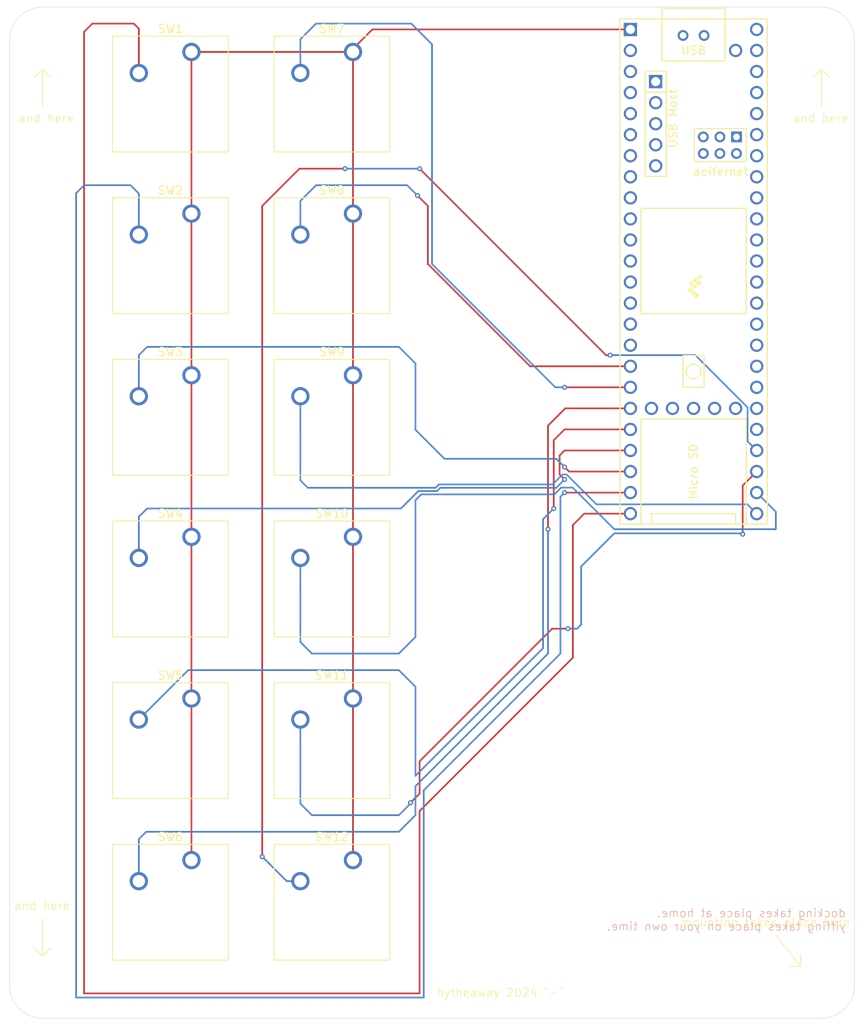
<source format=kicad_pcb>
(kicad_pcb (version 20240108) (generator "pcbnew") (generator_version "8.0")
  (layers (0 "F.Cu" signal) (31 "B.Cu" signal) (34 "B.Paste" user) (35 "F.Paste" user) (36 "B.SilkS" user "B.Silkscreen") (37 "F.SilkS" user "F.Silkscreen") (38 "B.Mask" user) (39 "F.Mask" user) (44 "Edge.Cuts" user))
  (net 0 "")
  (net 1 "MCLK")
  (net 2 "MEMCS")
  (net 3 "VOL_A1")
  (net 4 "SDCS")
  (net 5 "LRCLK")
  (net 6 "MOSI")
  (net 7 "DOUT")
  (net 8 "DIN")
  (net 9 "MISO")
  (net 10 "SCL")
  (net 11 "SCK")
  (net 12 "SDA")
  (net 13 "BCLK")
  (net 14 "GND")
  (net 15 "BUTTON_1")
  (net 16 "BUTTON_2")
  (net 17 "BUTTON_3")
  (net 18 "BUTTON_4")
  (net 19 "BUTTON_5")
  (net 20 "BUTTON_6")
  (net 21 "BUTTON_7")
  (net 22 "BUTTON_8")
  (net 23 "BUTTON_UP")
  (net 24 "BUTTON_DOWN")
  (net 25 "BUTTON_LEFT")
  (net 26 "BUTTON_RIGHT")
  (net 30 "+3.3V")
  (footprint "Button_Switch_Keyboard:SW_Cherry_MX_1.00u_PCB" (layer "F.Cu") (at 129.46 116.92)
    (property "Reference" "SW12" (at -2.54 -2.794 0) (layer "F.SilkS"))
    (property "Value" "SW_Push")
    (fp_line (start -9.525 -1.905) (end 4.445 -1.905) (stroke (width 0.12)) (layer "F.SilkS"))
    (fp_line (start -9.525 12.065) (end -9.525 -1.905) (stroke (width 0.12)) (layer "F.SilkS"))
    (fp_line (start 4.445 -1.905) (end 4.445 12.065) (stroke (width 0.12)) (layer "F.SilkS"))
    (fp_line (start 4.445 12.065) (end -9.525 12.065) (stroke (width 0.12)) (layer "F.SilkS"))
    (pad "" np_thru_hole circle (at -7.62 5.08) (size 1.7 1.7) (drill 1.7) (layers "*.Cu" "*.Mask"))
    (pad "" np_thru_hole circle (at -2.54 5.08) (size 4 4) (drill 4) (layers "*.Cu" "*.Mask"))
    (pad "" np_thru_hole circle (at 2.54 5.08) (size 1.7 1.7) (drill 1.7) (layers "*.Cu" "*.Mask"))
    (pad "1" thru_hole circle (at 0 0) (size 2.2 2.2) (drill 1.5) (layers "*.Cu" "*.Mask") (net 14 "GND"))
    (pad "2" thru_hole circle (at -6.35 2.54) (size 2.2 2.2) (drill 1.5) (layers "*.Cu" "*.Mask") (net 26 "BUTTON_RIGHT"))
  )
  (footprint "Button_Switch_Keyboard:SW_Cherry_MX_1.00u_PCB" (layer "F.Cu") (at 129.46 77.92)
    (property "Reference" "SW10" (at -2.54 -2.794 0) (layer "F.SilkS"))
    (property "Value" "SW_Push")
    (fp_line (start -9.525 -1.905) (end 4.445 -1.905) (stroke (width 0.12)) (layer "F.SilkS"))
    (fp_line (start -9.525 12.065) (end -9.525 -1.905) (stroke (width 0.12)) (layer "F.SilkS"))
    (fp_line (start 4.445 -1.905) (end 4.445 12.065) (stroke (width 0.12)) (layer "F.SilkS"))
    (fp_line (start 4.445 12.065) (end -9.525 12.065) (stroke (width 0.12)) (layer "F.SilkS"))
    (pad "" np_thru_hole circle (at -7.62 5.08) (size 1.7 1.7) (drill 1.7) (layers "*.Cu" "*.Mask"))
    (pad "" np_thru_hole circle (at -2.54 5.08) (size 4 4) (drill 4) (layers "*.Cu" "*.Mask"))
    (pad "" np_thru_hole circle (at 2.54 5.08) (size 1.7 1.7) (drill 1.7) (layers "*.Cu" "*.Mask"))
    (pad "1" thru_hole circle (at 0 0) (size 2.2 2.2) (drill 1.5) (layers "*.Cu" "*.Mask") (net 14 "GND"))
    (pad "2" thru_hole circle (at -6.35 2.54) (size 2.2 2.2) (drill 1.5) (layers "*.Cu" "*.Mask") (net 24 "BUTTON_DOWN"))
  )
  (footprint "Button_Switch_Keyboard:SW_Cherry_MX_1.00u_PCB" (layer "F.Cu") (at 129.46 58.42)
    (property "Reference" "SW9" (at -2.54 -2.794 0) (layer "F.SilkS"))
    (property "Value" "SW_Push")
    (fp_line (start -9.525 -1.905) (end 4.445 -1.905) (stroke (width 0.12)) (layer "F.SilkS"))
    (fp_line (start -9.525 12.065) (end -9.525 -1.905) (stroke (width 0.12)) (layer "F.SilkS"))
    (fp_line (start 4.445 -1.905) (end 4.445 12.065) (stroke (width 0.12)) (layer "F.SilkS"))
    (fp_line (start 4.445 12.065) (end -9.525 12.065) (stroke (width 0.12)) (layer "F.SilkS"))
    (pad "" np_thru_hole circle (at -7.62 5.08) (size 1.7 1.7) (drill 1.7) (layers "*.Cu" "*.Mask"))
    (pad "" np_thru_hole circle (at -2.54 5.08) (size 4 4) (drill 4) (layers "*.Cu" "*.Mask"))
    (pad "" np_thru_hole circle (at 2.54 5.08) (size 1.7 1.7) (drill 1.7) (layers "*.Cu" "*.Mask"))
    (pad "1" thru_hole circle (at 0 0) (size 2.2 2.2) (drill 1.5) (layers "*.Cu" "*.Mask") (net 14 "GND"))
    (pad "2" thru_hole circle (at -6.35 2.54) (size 2.2 2.2) (drill 1.5) (layers "*.Cu" "*.Mask") (net 23 "BUTTON_UP"))
  )
  (footprint "Button_Switch_Keyboard:SW_Cherry_MX_1.00u_PCB" (layer "F.Cu") (at 109.96 38.92)
    (property "Reference" "SW2" (at -2.54 -2.794 0) (layer "F.SilkS"))
    (property "Value" "SW_Push")
    (fp_line (start -9.525 -1.905) (end 4.445 -1.905) (stroke (width 0.12)) (layer "F.SilkS"))
    (fp_line (start -9.525 12.065) (end -9.525 -1.905) (stroke (width 0.12)) (layer "F.SilkS"))
    (fp_line (start 4.445 -1.905) (end 4.445 12.065) (stroke (width 0.12)) (layer "F.SilkS"))
    (fp_line (start 4.445 12.065) (end -9.525 12.065) (stroke (width 0.12)) (layer "F.SilkS"))
    (pad "" np_thru_hole circle (at -7.62 5.08) (size 1.7 1.7) (drill 1.7) (layers "*.Cu" "*.Mask"))
    (pad "" np_thru_hole circle (at -2.54 5.08) (size 4 4) (drill 4) (layers "*.Cu" "*.Mask"))
    (pad "" np_thru_hole circle (at 2.54 5.08) (size 1.7 1.7) (drill 1.7) (layers "*.Cu" "*.Mask"))
    (pad "1" thru_hole circle (at 0 0) (size 2.2 2.2) (drill 1.5) (layers "*.Cu" "*.Mask") (net 14 "GND"))
    (pad "2" thru_hole circle (at -6.35 2.54) (size 2.2 2.2) (drill 1.5) (layers "*.Cu" "*.Mask") (net 16 "BUTTON_2"))
  )
  (footprint "MountingHole:MountingHole_2.7mm" (layer "F.Cu") (at 92 18)
    (property "Reference" "H1" (hide yes))
    (property "Value" "MountingHole")
    (pad "" np_thru_hole circle (at 0 0) (size 2.7 2.7) (drill 2.7) (layers "*.Cu" "*.Mask"))
  )
  (footprint "MountingHole:MountingHole_2.7mm" (layer "F.Cu") (at 186 18)
    (property "Reference" "H4" (hide yes))
    (property "Value" "MountingHole")
    (pad "" np_thru_hole circle (at 0 0) (size 2.7 2.7) (drill 2.7) (layers "*.Cu" "*.Mask"))
  )
  (footprint "Button_Switch_Keyboard:SW_Cherry_MX_1.00u_PCB" (layer "F.Cu") (at 109.96 116.92)
    (property "Reference" "SW6" (at -2.54 -2.794 0) (layer "F.SilkS"))
    (property "Value" "SW_Push")
    (fp_line (start -9.525 -1.905) (end 4.445 -1.905) (stroke (width 0.12)) (layer "F.SilkS"))
    (fp_line (start -9.525 12.065) (end -9.525 -1.905) (stroke (width 0.12)) (layer "F.SilkS"))
    (fp_line (start 4.445 -1.905) (end 4.445 12.065) (stroke (width 0.12)) (layer "F.SilkS"))
    (fp_line (start 4.445 12.065) (end -9.525 12.065) (stroke (width 0.12)) (layer "F.SilkS"))
    (pad "" np_thru_hole circle (at -7.62 5.08) (size 1.7 1.7) (drill 1.7) (layers "*.Cu" "*.Mask"))
    (pad "" np_thru_hole circle (at -2.54 5.08) (size 4 4) (drill 4) (layers "*.Cu" "*.Mask"))
    (pad "" np_thru_hole circle (at 2.54 5.08) (size 1.7 1.7) (drill 1.7) (layers "*.Cu" "*.Mask"))
    (pad "1" thru_hole circle (at 0 0) (size 2.2 2.2) (drill 1.5) (layers "*.Cu" "*.Mask") (net 14 "GND"))
    (pad "2" thru_hole circle (at -6.35 2.54) (size 2.2 2.2) (drill 1.5) (layers "*.Cu" "*.Mask") (net 20 "BUTTON_6"))
  )
  (footprint "MountingHole:MountingHole_2.7mm" (layer "F.Cu") (at 186 132.171573)
    (property "Reference" "H3" (hide yes))
    (property "Value" "MountingHole")
    (pad "" np_thru_hole circle (at 0 0) (size 2.7 2.7) (drill 2.7) (layers "*.Cu" "*.Mask"))
  )
  (footprint "teensy.pretty-master:Teensy41" (layer "F.Cu") (at 170.5692 45.9108 -90)
    (property "Reference" "U1" (hide yes))
    (property "Value" "Teensy4.1")
    (fp_line (start -30.48 8.89) (end -30.48 -8.89) (stroke (width 0.15)) (layer "F.SilkS"))
    (fp_line (start 30.48 8.89) (end -30.48 8.89) (stroke (width 0.15)) (layer "F.SilkS"))
    (fp_line (start -7.62 6.35) (end 5.08 6.35) (stroke (width 0.15)) (layer "F.SilkS"))
    (fp_line (start 5.08 6.35) (end 5.08 -6.35) (stroke (width 0.15)) (layer "F.SilkS"))
    (fp_line (start 17.78 6.35) (end 30.48 6.35) (stroke (width 0.15)) (layer "F.SilkS"))
    (fp_line (start -24.1808 5.8392) (end -24.1808 3.2992) (stroke (width 0.15)) (layer "F.SilkS"))
    (fp_line (start -11.4808 5.8392) (end -24.1808 5.8392) (stroke (width 0.15)) (layer "F.SilkS"))
    (fp_line (start 29.21 5.08) (end 30.48 5.08) (stroke (width 0.15)) (layer "F.SilkS"))
    (fp_line (start -31.75 3.81) (end -31.75 -3.81) (stroke (width 0.15)) (layer "F.SilkS"))
    (fp_line (start -30.48 3.81) (end -31.75 3.81) (stroke (width 0.15)) (layer "F.SilkS"))
    (fp_line (start -25.4 3.81) (end -30.48 3.81) (stroke (width 0.15)) (layer "F.SilkS"))
    (fp_line (start -25.4 3.81) (end -25.4 -3.81) (stroke (width 0.15)) (layer "F.SilkS"))
    (fp_line (start -24.1808 3.2992) (end -21.6408 3.2992) (stroke (width 0.15)) (layer "F.SilkS"))
    (fp_line (start -24.1808 3.2992) (end -11.4808 3.2992) (stroke (width 0.15)) (layer "F.SilkS"))
    (fp_line (start -21.6408 3.2992) (end -21.6408 5.8392) (stroke (width 0.15)) (layer "F.SilkS"))
    (fp_line (start -11.4808 3.2992) (end -11.4808 5.8392) (stroke (width 0.15)) (layer "F.SilkS"))
    (fp_line (start 10.16 1.27) (end 10.16 -1.27) (stroke (width 0.15)) (layer "F.SilkS"))
    (fp_line (start 13.97 1.27) (end 10.16 1.27) (stroke (width 0.15)) (layer "F.SilkS"))
    (fp_line (start -17.25 -0.1016) (end -13.25 -0.1016) (stroke (width 0.15)) (layer "F.SilkS"))
    (fp_line (start -13.25 -0.1016) (end -13.25 -6.3516) (stroke (width 0.15)) (layer "F.SilkS"))
    (fp_line (start 10.16 -1.27) (end 13.97 -1.27) (stroke (width 0.15)) (layer "F.SilkS"))
    (fp_line (start 13.97 -1.27) (end 13.97 1.27) (stroke (width 0.15)) (layer "F.SilkS"))
    (fp_line (start -31.75 -3.81) (end -30.48 -3.81) (stroke (width 0.15)) (layer "F.SilkS"))
    (fp_line (start -25.4 -3.81) (end -30.48 -3.81) (stroke (width 0.15)) (layer "F.SilkS"))
    (fp_line (start 29.21 -5.08) (end 29.21 5.08) (stroke (width 0.15)) (layer "F.SilkS"))
    (fp_line (start 30.48 -5.08) (end 29.21 -5.08) (stroke (width 0.15)) (layer "F.SilkS"))
    (fp_line (start -17.25 -6.1016) (end -17.25 -0.1016) (stroke (width 0.15)) (layer "F.SilkS"))
    (fp_line (start -7.62 -6.35) (end -7.62 6.35) (stroke (width 0.15)) (layer "F.SilkS"))
    (fp_line (start 5.08 -6.35) (end -7.62 -6.35) (stroke (width 0.15)) (layer "F.SilkS"))
    (fp_line (start 17.78 -6.35) (end 17.78 6.35) (stroke (width 0.15)) (layer "F.SilkS"))
    (fp_line (start 30.48 -6.35) (end 17.78 -6.35) (stroke (width 0.15)) (layer "F.SilkS"))
    (fp_line (start -17.25 -6.3516) (end -17.25 -6.1016) (stroke (width 0.15)) (layer "F.SilkS"))
    (fp_line (start -13.25 -6.3516) (end -17.25 -6.3516) (stroke (width 0.15)) (layer "F.SilkS"))
    (fp_line (start -30.48 -8.89) (end 30.48 -8.89) (stroke (width 0.15)) (layer "F.SilkS"))
    (fp_line (start 30.48 -8.89) (end 30.48 8.89) (stroke (width 0.15)) (layer "F.SilkS"))
    (fp_circle (center 12.065 0) (end 12.7 -0.635) (stroke (width 0.15)) (fill none) (layer "F.SilkS"))
    (fp_poly (pts (xy 2.435 0.455) (xy 2.181 0.709) (xy 1.927 0.328) (xy 2.181 0.074)) (stroke (width 0.1)) (fill solid) (layer "F.SilkS"))
    (fp_poly (pts (xy 1.673 0.328) (xy 1.419 0.582) (xy 1.165 0.201) (xy 1.419 -0.053)) (stroke (width 0.1)) (fill solid) (layer "F.SilkS"))
    (fp_poly (pts (xy 2.816 0.074) (xy 2.562 0.328) (xy 2.308 -0.053) (xy 2.562 -0.307)) (stroke (width 0.1)) (fill solid) (layer "F.SilkS"))
    (fp_poly (pts (xy 2.054 -0.053) (xy 1.8 0.201) (xy 1.546 -0.18) (xy 1.8 -0.434)) (stroke (width 0.1)) (fill solid) (layer "F.SilkS"))
    (fp_poly (pts (xy 1.292 -0.18) (xy 1.038 0.074) (xy 0.784 -0.307) (xy 1.038 -0.561)) (stroke (width 0.1)) (fill solid) (layer "F.SilkS"))
    (fp_poly (pts (xy 3.197 -0.307) (xy 2.943 -0.053) (xy 2.689 -0.434) (xy 2.943 -0.688)) (stroke (width 0.1)) (fill solid) (layer "F.SilkS"))
    (fp_poly (pts (xy 1.673 -0.561) (xy 1.419 -0.307) (xy 1.165 -0.688) (xy 1.419 -0.942)) (stroke (width 0.1)) (fill solid) (layer "F.SilkS"))
    (fp_poly (pts (xy 0.911 -0.688) (xy 0.657 -0.434) (xy 0.403 -0.815) (xy 0.657 -1.069)) (stroke (width 0.1)) (fill solid) (layer "F.SilkS"))
    (fp_text user "USB Host" (at -18.4658 2.4892 90) (layer "F.SilkS"))
    (fp_text user "aoifernet" (at -12.065 -3.2766 0) (layer "F.SilkS"))
    (fp_text user "Micro SD" (at 24.13 0 90) (layer "F.SilkS"))
    (fp_text user "USB" (at -26.67 0 0) (layer "F.SilkS"))
    (pad "1" thru_hole rect (at -29.21 7.62 270) (size 1.6 1.6) (drill 1.1) (layers "*.Cu" "*.Mask") (net 14 "GND"))
    (pad "2" thru_hole circle (at -26.67 7.62 270) (size 1.6 1.6) (drill 1.1) (layers "*.Cu" "*.Mask"))
    (pad "3" thru_hole circle (at -24.13 7.62 270) (size 1.6 1.6) (drill 1.1) (layers "*.Cu" "*.Mask"))
    (pad "4" thru_hole circle (at -21.59 7.62 270) (size 1.6 1.6) (drill 1.1) (layers "*.Cu" "*.Mask"))
    (pad "5" thru_hole circle (at -19.05 7.62 270) (size 1.6 1.6) (drill 1.1) (layers "*.Cu" "*.Mask"))
    (pad "6" thru_hole circle (at -16.51 7.62 270) (size 1.6 1.6) (drill 1.1) (layers "*.Cu" "*.Mask"))
    (pad "7" thru_hole circle (at -13.97 7.62 270) (size 1.6 1.6) (drill 1.1) (layers "*.Cu" "*.Mask"))
    (pad "8" thru_hole circle (at -11.43 7.62 270) (size 1.6 1.6) (drill 1.1) (layers "*.Cu" "*.Mask") (net 2 "MEMCS"))
    (pad "9" thru_hole circle (at -8.89 7.62 270) (size 1.6 1.6) (drill 1.1) (layers "*.Cu" "*.Mask") (net 8 "DIN"))
    (pad "10" thru_hole circle (at -6.35 7.62 270) (size 1.6 1.6) (drill 1.1) (layers "*.Cu" "*.Mask") (net 7 "DOUT"))
    (pad "11" thru_hole circle (at -3.81 7.62 270) (size 1.6 1.6) (drill 1.1) (layers "*.Cu" "*.Mask"))
    (pad "12" thru_hole circle (at -1.27 7.62 270) (size 1.6 1.6) (drill 1.1) (layers "*.Cu" "*.Mask") (net 4 "SDCS"))
    (pad "13" thru_hole circle (at 1.27 7.62 270) (size 1.6 1.6) (drill 1.1) (layers "*.Cu" "*.Mask") (net 6 "MOSI"))
    (pad "14" thru_hole circle (at 3.81 7.62 270) (size 1.6 1.6) (drill 1.1) (layers "*.Cu" "*.Mask") (net 9 "MISO"))
    (pad "15" thru_hole circle (at 6.35 7.62 270) (size 1.6 1.6) (drill 1.1) (layers "*.Cu" "*.Mask"))
    (pad "16" thru_hole circle (at 8.89 7.62 270) (size 1.6 1.6) (drill 1.1) (layers "*.Cu" "*.Mask"))
    (pad "17" thru_hole circle (at 11.43 7.62 270) (size 1.6 1.6) (drill 1.1) (layers "*.Cu" "*.Mask") (net 22 "BUTTON_8"))
    (pad "18" thru_hole circle (at 13.97 7.62 270) (size 1.6 1.6) (drill 1.1) (layers "*.Cu" "*.Mask") (net 21 "BUTTON_7"))
    (pad "19" thru_hole circle (at 16.51 7.62 270) (size 1.6 1.6) (drill 1.1) (layers "*.Cu" "*.Mask") (net 20 "BUTTON_6"))
    (pad "20" thru_hole circle (at 19.05 7.62 270) (size 1.6 1.6) (drill 1.1) (layers "*.Cu" "*.Mask") (net 19 "BUTTON_5"))
    (pad "21" thru_hole circle (at 21.59 7.62 270) (size 1.6 1.6) (drill 1.1) (layers "*.Cu" "*.Mask") (net 18 "BUTTON_4"))
    (pad "22" thru_hole circle (at 24.13 7.62 270) (size 1.6 1.6) (drill 1.1) (layers "*.Cu" "*.Mask") (net 17 "BUTTON_3"))
    (pad "23" thru_hole circle (at 26.67 7.62 270) (size 1.6 1.6) (drill 1.1) (layers "*.Cu" "*.Mask") (net 16 "BUTTON_2"))
    (pad "24" thru_hole circle (at 29.21 7.62 270) (size 1.6 1.6) (drill 1.1) (layers "*.Cu" "*.Mask") (net 15 "BUTTON_1"))
    (pad "25" thru_hole circle (at 29.21 -7.62 270) (size 1.6 1.6) (drill 1.1) (layers "*.Cu" "*.Mask") (net 23 "BUTTON_UP"))
    (pad "26" thru_hole circle (at 26.67 -7.62 270) (size 1.6 1.6) (drill 1.1) (layers "*.Cu" "*.Mask") (net 24 "BUTTON_DOWN"))
    (pad "27" thru_hole circle (at 24.13 -7.62 270) (size 1.6 1.6) (drill 1.1) (layers "*.Cu" "*.Mask") (net 25 "BUTTON_LEFT"))
    (pad "28" thru_hole circle (at 21.59 -7.62 270) (size 1.6 1.6) (drill 1.1) (layers "*.Cu" "*.Mask") (net 26 "BUTTON_RIGHT"))
    (pad "29" thru_hole circle (at 19.05 -7.62 270) (size 1.6 1.6) (drill 1.1) (layers "*.Cu" "*.Mask"))
    (pad "30" thru_hole circle (at 16.51 -7.62 270) (size 1.6 1.6) (drill 1.1) (layers "*.Cu" "*.Mask"))
    (pad "31" thru_hole circle (at 13.97 -7.62 270) (size 1.6 1.6) (drill 1.1) (layers "*.Cu" "*.Mask"))
    (pad "32" thru_hole circle (at 11.43 -7.62 270) (size 1.6 1.6) (drill 1.1) (layers "*.Cu" "*.Mask"))
    (pad "33" thru_hole circle (at 8.89 -7.62 270) (size 1.6 1.6) (drill 1.1) (layers "*.Cu" "*.Mask"))
    (pad "34" thru_hole circle (at 6.35 -7.62 270) (size 1.6 1.6) (drill 1.1) (layers "*.Cu" "*.Mask"))
    (pad "35" thru_hole circle (at 3.81 -7.62 270) (size 1.6 1.6) (drill 1.1) (layers "*.Cu" "*.Mask") (net 11 "SCK"))
    (pad "36" thru_hole circle (at 1.27 -7.62 270) (size 1.6 1.6) (drill 1.1) (layers "*.Cu" "*.Mask"))
    (pad "37" thru_hole circle (at -1.27 -7.62 270) (size 1.6 1.6) (drill 1.1) (layers "*.Cu" "*.Mask") (net 3 "VOL_A1"))
    (pad "38" thru_hole circle (at -3.81 -7.62 270) (size 1.6 1.6) (drill 1.1) (layers "*.Cu" "*.Mask"))
    (pad "39" thru_hole circle (at -6.35 -7.62 270) (size 1.6 1.6) (drill 1.1) (layers "*.Cu" "*.Mask"))
    (pad "40" thru_hole circle (at -8.89 -7.62 270) (size 1.6 1.6) (drill 1.1) (layers "*.Cu" "*.Mask") (net 12 "SDA"))
    (pad "41" thru_hole circle (at -11.43 -7.62 270) (size 1.6 1.6) (drill 1.1) (layers "*.Cu" "*.Mask") (net 10 "SCL"))
    (pad "42" thru_hole circle (at -13.97 -7.62 270) (size 1.6 1.6) (drill 1.1) (layers "*.Cu" "*.Mask") (net 5 "LRCLK"))
    (pad "43" thru_hole circle (at -16.51 -7.62 270) (size 1.6 1.6) (drill 1.1) (layers "*.Cu" "*.Mask") (net 13 "BCLK"))
    (pad "44" thru_hole circle (at -19.05 -7.62 270) (size 1.6 1.6) (drill 1.1) (layers "*.Cu" "*.Mask"))
    (pad "45" thru_hole circle (at -21.59 -7.62 270) (size 1.6 1.6) (drill 1.1) (layers "*.Cu" "*.Mask") (net 1 "MCLK"))
    (pad "46" thru_hole circle (at -24.13 -7.62 270) (size 1.6 1.6) (drill 1.1) (layers "*.Cu" "*.Mask") (net 30 "+3.3V"))
    (pad "47" thru_hole circle (at -26.67 -7.62 270) (size 1.6 1.6) (drill 1.1) (layers "*.Cu" "*.Mask") (net 14 "GND"))
    (pad "48" thru_hole circle (at -29.21 -7.62 270) (size 1.6 1.6) (drill 1.1) (layers "*.Cu" "*.Mask"))
    (pad "49" thru_hole circle (at -26.67 -5.08 270) (size 1.6 1.6) (drill 1.1) (layers "*.Cu" "*.Mask"))
    (pad "50" thru_hole circle (at 16.51 5.08 270) (size 1.6 1.6) (drill 1.1) (layers "*.Cu" "*.Mask"))
    (pad "51" thru_hole circle (at 16.51 2.54 270) (size 1.6 1.6) (drill 1.1) (layers "*.Cu" "*.Mask"))
    (pad "52" thru_hole circle (at 16.51 0 270) (size 1.6 1.6) (drill 1.1) (layers "*.Cu" "*.Mask"))
    (pad "53" thru_hole circle (at 16.51 -2.54 270) (size 1.6 1.6) (drill 1.1) (layers "*.Cu" "*.Mask"))
    (pad "54" thru_hole circle (at 16.51 -5.08 270) (size 1.6 1.6) (drill 1.1) (layers "*.Cu" "*.Mask"))
    (pad "55" thru_hole rect (at -22.9108 4.5692 270) (size 1.6 1.6) (drill 1.1) (layers "*.Cu" "*.Mask"))
    (pad "56" thru_hole circle (at -20.3708 4.5692 270) (size 1.6 1.6) (drill 1.1) (layers "*.Cu" "*.Mask"))
    (pad "57" thru_hole circle (at -17.8308 4.5692 270) (size 1.6 1.6) (drill 1.1) (layers "*.Cu" "*.Mask"))
    (pad "58" thru_hole circle (at -15.2908 4.5692 270) (size 1.6 1.6) (drill 1.1) (layers "*.Cu" "*.Mask"))
    (pad "59" thru_hole circle (at -12.7508 4.5692 270) (size 1.6 1.6) (drill 1.1) (layers "*.Cu" "*.Mask"))
    (pad "60" thru_hole rect (at -16.24 -5.1816 270) (size 1.3 1.3) (drill 0.8) (layers "*.Cu" "*.Mask"))
    (pad "61" thru_hole circle (at -16.24 -3.1816 270) (size 1.3 1.3) (drill 0.8) (layers "*.Cu" "*.Mask"))
    (pad "62" thru_hole circle (at -16.24 -1.1816 270) (size 1.3 1.3) (drill 0.8) (layers "*.Cu" "*.Mask"))
    (pad "63" thru_hole circle (at -14.24 -1.1816 270) (size 1.3 1.3) (drill 0.8) (layers "*.Cu" "*.Mask"))
    (pad "64" thru_hole circle (at -14.24 -3.1816 270) (size 1.3 1.3) (drill 0.8) (layers "*.Cu" "*.Mask"))
    (pad "65" thru_hole circle (at -14.24 -5.1816 270) (size 1.3 1.3) (drill 0.8) (layers "*.Cu" "*.Mask"))
    (pad "66" thru_hole circle (at -28.48 -1.27 270) (size 1.3 1.3) (drill 0.8) (layers "*.Cu" "*.Mask"))
    (pad "67" thru_hole circle (at -28.48 1.27 270) (size 1.3 1.3) (drill 0.8) (layers "*.Cu" "*.Mask"))
  )
  (footprint "Button_Switch_Keyboard:SW_Cherry_MX_1.00u_PCB" (layer "F.Cu") (at 109.96 97.42)
    (property "Reference" "SW5" (at -2.54 -2.794 0) (layer "F.SilkS"))
    (property "Value" "SW_Push")
    (fp_line (start -9.525 -1.905) (end 4.445 -1.905) (stroke (width 0.12)) (layer "F.SilkS"))
    (fp_line (start -9.525 12.065) (end -9.525 -1.905) (stroke (width 0.12)) (layer "F.SilkS"))
    (fp_line (start 4.445 -1.905) (end 4.445 12.065) (stroke (width 0.12)) (layer "F.SilkS"))
    (fp_line (start 4.445 12.065) (end -9.525 12.065) (stroke (width 0.12)) (layer "F.SilkS"))
    (pad "" np_thru_hole circle (at -7.62 5.08) (size 1.7 1.7) (drill 1.7) (layers "*.Cu" "*.Mask"))
    (pad "" np_thru_hole circle (at -2.54 5.08) (size 4 4) (drill 4) (layers "*.Cu" "*.Mask"))
    (pad "" np_thru_hole circle (at 2.54 5.08) (size 1.7 1.7) (drill 1.7) (layers "*.Cu" "*.Mask"))
    (pad "1" thru_hole circle (at 0 0) (size 2.2 2.2) (drill 1.5) (layers "*.Cu" "*.Mask") (net 14 "GND"))
    (pad "2" thru_hole circle (at -6.35 2.54) (size 2.2 2.2) (drill 1.5) (layers "*.Cu" "*.Mask") (net 19 "BUTTON_5"))
  )
  (footprint "Button_Switch_Keyboard:SW_Cherry_MX_1.00u_PCB" (layer "F.Cu") (at 109.96 19.42)
    (property "Reference" "SW1" (at -2.54 -2.794 0) (layer "F.SilkS"))
    (property "Value" "SW_Push")
    (fp_line (start -9.525 -1.905) (end 4.445 -1.905) (stroke (width 0.12)) (layer "F.SilkS"))
    (fp_line (start -9.525 12.065) (end -9.525 -1.905) (stroke (width 0.12)) (layer "F.SilkS"))
    (fp_line (start 4.445 -1.905) (end 4.445 12.065) (stroke (width 0.12)) (layer "F.SilkS"))
    (fp_line (start 4.445 12.065) (end -9.525 12.065) (stroke (width 0.12)) (layer "F.SilkS"))
    (pad "" np_thru_hole circle (at -7.62 5.08) (size 1.7 1.7) (drill 1.7) (layers "*.Cu" "*.Mask"))
    (pad "" np_thru_hole circle (at -2.54 5.08) (size 4 4) (drill 4) (layers "*.Cu" "*.Mask"))
    (pad "" np_thru_hole circle (at 2.54 5.08) (size 1.7 1.7) (drill 1.7) (layers "*.Cu" "*.Mask"))
    (pad "1" thru_hole circle (at 0 0) (size 2.2 2.2) (drill 1.5) (layers "*.Cu" "*.Mask") (net 14 "GND"))
    (pad "2" thru_hole circle (at -6.35 2.54) (size 2.2 2.2) (drill 1.5) (layers "*.Cu" "*.Mask") (net 15 "BUTTON_1"))
  )
  (footprint "Button_Switch_Keyboard:SW_Cherry_MX_1.00u_PCB" (layer "F.Cu") (at 109.96 77.92)
    (property "Reference" "SW4" (at -2.54 -2.794 0) (layer "F.SilkS"))
    (property "Value" "SW_Push")
    (fp_line (start -9.525 -1.905) (end 4.445 -1.905) (stroke (width 0.12)) (layer "F.SilkS"))
    (fp_line (start -9.525 12.065) (end -9.525 -1.905) (stroke (width 0.12)) (layer "F.SilkS"))
    (fp_line (start 4.445 -1.905) (end 4.445 12.065) (stroke (width 0.12)) (layer "F.SilkS"))
    (fp_line (start 4.445 12.065) (end -9.525 12.065) (stroke (width 0.12)) (layer "F.SilkS"))
    (pad "" np_thru_hole circle (at -7.62 5.08) (size 1.7 1.7) (drill 1.7) (layers "*.Cu" "*.Mask"))
    (pad "" np_thru_hole circle (at -2.54 5.08) (size 4 4) (drill 4) (layers "*.Cu" "*.Mask"))
    (pad "" np_thru_hole circle (at 2.54 5.08) (size 1.7 1.7) (drill 1.7) (layers "*.Cu" "*.Mask"))
    (pad "1" thru_hole circle (at 0 0) (size 2.2 2.2) (drill 1.5) (layers "*.Cu" "*.Mask") (net 14 "GND"))
    (pad "2" thru_hole circle (at -6.35 2.54) (size 2.2 2.2) (drill 1.5) (layers "*.Cu" "*.Mask") (net 18 "BUTTON_4"))
  )
  (footprint "Button_Switch_Keyboard:SW_Cherry_MX_1.00u_PCB" (layer "F.Cu") (at 129.46 38.92)
    (property "Reference" "SW8" (at -2.54 -2.794 0) (layer "F.SilkS"))
    (property "Value" "SW_Push")
    (fp_line (start -9.525 -1.905) (end 4.445 -1.905) (stroke (width 0.12)) (layer "F.SilkS"))
    (fp_line (start -9.525 12.065) (end -9.525 -1.905) (stroke (width 0.12)) (layer "F.SilkS"))
    (fp_line (start 4.445 -1.905) (end 4.445 12.065) (stroke (width 0.12)) (layer "F.SilkS"))
    (fp_line (start 4.445 12.065) (end -9.525 12.065) (stroke (width 0.12)) (layer "F.SilkS"))
    (pad "" np_thru_hole circle (at -7.62 5.08) (size 1.7 1.7) (drill 1.7) (layers "*.Cu" "*.Mask"))
    (pad "" np_thru_hole circle (at -2.54 5.08) (size 4 4) (drill 4) (layers "*.Cu" "*.Mask"))
    (pad "" np_thru_hole circle (at 2.54 5.08) (size 1.7 1.7) (drill 1.7) (layers "*.Cu" "*.Mask"))
    (pad "1" thru_hole circle (at 0 0) (size 2.2 2.2) (drill 1.5) (layers "*.Cu" "*.Mask") (net 14 "GND"))
    (pad "2" thru_hole circle (at -6.35 2.54) (size 2.2 2.2) (drill 1.5) (layers "*.Cu" "*.Mask") (net 22 "BUTTON_8"))
  )
  (footprint "Button_Switch_Keyboard:SW_Cherry_MX_1.00u_PCB" (layer "F.Cu") (at 129.46 19.42)
    (property "Reference" "SW7" (at -2.54 -2.794 0) (layer "F.SilkS"))
    (property "Value" "SW_Push")
    (fp_line (start -9.525 -1.905) (end 4.445 -1.905) (stroke (width 0.12)) (layer "F.SilkS"))
    (fp_line (start -9.525 12.065) (end -9.525 -1.905) (stroke (width 0.12)) (layer "F.SilkS"))
    (fp_line (start 4.445 -1.905) (end 4.445 12.065) (stroke (width 0.12)) (layer "F.SilkS"))
    (fp_line (start 4.445 12.065) (end -9.525 12.065) (stroke (width 0.12)) (layer "F.SilkS"))
    (pad "" np_thru_hole circle (at -7.62 5.08) (size 1.7 1.7) (drill 1.7) (layers "*.Cu" "*.Mask"))
    (pad "" np_thru_hole circle (at -2.54 5.08) (size 4 4) (drill 4) (layers "*.Cu" "*.Mask"))
    (pad "" np_thru_hole circle (at 2.54 5.08) (size 1.7 1.7) (drill 1.7) (layers "*.Cu" "*.Mask"))
    (pad "1" thru_hole circle (at 0 0) (size 2.2 2.2) (drill 1.5) (layers "*.Cu" "*.Mask") (net 14 "GND"))
    (pad "2" thru_hole circle (at -6.35 2.54) (size 2.2 2.2) (drill 1.5) (layers "*.Cu" "*.Mask") (net 21 "BUTTON_7"))
  )
  (footprint "Button_Switch_Keyboard:SW_Cherry_MX_1.00u_PCB" (layer "F.Cu") (at 109.96 58.42)
    (property "Reference" "SW3" (at -2.54 -2.794 0) (layer "F.SilkS"))
    (property "Value" "SW_Push")
    (fp_line (start -9.525 -1.905) (end 4.445 -1.905) (stroke (width 0.12)) (layer "F.SilkS"))
    (fp_line (start -9.525 12.065) (end -9.525 -1.905) (stroke (width 0.12)) (layer "F.SilkS"))
    (fp_line (start 4.445 -1.905) (end 4.445 12.065) (stroke (width 0.12)) (layer "F.SilkS"))
    (fp_line (start 4.445 12.065) (end -9.525 12.065) (stroke (width 0.12)) (layer "F.SilkS"))
    (pad "" np_thru_hole circle (at -7.62 5.08) (size 1.7 1.7) (drill 1.7) (layers "*.Cu" "*.Mask"))
    (pad "" np_thru_hole circle (at -2.54 5.08) (size 4 4) (drill 4) (layers "*.Cu" "*.Mask"))
    (pad "" np_thru_hole circle (at 2.54 5.08) (size 1.7 1.7) (drill 1.7) (layers "*.Cu" "*.Mask"))
    (pad "1" thru_hole circle (at 0 0) (size 2.2 2.2) (drill 1.5) (layers "*.Cu" "*.Mask") (net 14 "GND"))
    (pad "2" thru_hole circle (at -6.35 2.54) (size 2.2 2.2) (drill 1.5) (layers "*.Cu" "*.Mask") (net 17 "BUTTON_3"))
  )
  (footprint "Button_Switch_Keyboard:SW_Cherry_MX_1.00u_PCB" (layer "F.Cu") (at 129.46 97.42)
    (property "Reference" "SW11" (at -2.54 -2.794 0) (layer "F.SilkS"))
    (property "Value" "SW_Push")
    (fp_line (start -9.525 -1.905) (end 4.445 -1.905) (stroke (width 0.12)) (layer "F.SilkS"))
    (fp_line (start -9.525 12.065) (end -9.525 -1.905) (stroke (width 0.12)) (layer "F.SilkS"))
    (fp_line (start 4.445 -1.905) (end 4.445 12.065) (stroke (width 0.12)) (layer "F.SilkS"))
    (fp_line (start 4.445 12.065) (end -9.525 12.065) (stroke (width 0.12)) (layer "F.SilkS"))
    (pad "" np_thru_hole circle (at -7.62 5.08) (size 1.7 1.7) (drill 1.7) (layers "*.Cu" "*.Mask"))
    (pad "" np_thru_hole circle (at -2.54 5.08) (size 4 4) (drill 4) (layers "*.Cu" "*.Mask"))
    (pad "" np_thru_hole circle (at 2.54 5.08) (size 1.7 1.7) (drill 1.7) (layers "*.Cu" "*.Mask"))
    (pad "1" thru_hole circle (at 0 0) (size 2.2 2.2) (drill 1.5) (layers "*.Cu" "*.Mask") (net 14 "GND"))
    (pad "2" thru_hole circle (at -6.35 2.54) (size 2.2 2.2) (drill 1.5) (layers "*.Cu" "*.Mask") (net 25 "BUTTON_LEFT"))
  )
  (footprint "MountingHole:MountingHole_2.7mm" (layer "F.Cu") (at 92 132)
    (property "Reference" "H2" (hide yes))
    (property "Value" "MountingHole")
    (pad "" np_thru_hole circle (at 0 0) (size 2.7 2.7) (drill 2.7) (layers "*.Cu" "*.Mask"))
  )
  (gr_line (start 183.5 129.75) (end 182 129.75) (stroke (width 0.1)) (layer "F.SilkS"))
  (gr_line (start 92 21.5) (end 91 22.5) (stroke (width 0.1)) (layer "F.SilkS"))
  (gr_line (start 92 21.5) (end 92 26) (stroke (width 0.1)) (layer "F.SilkS"))
  (gr_line (start 186 21.5) (end 185 22.5) (stroke (width 0.1)) (layer "F.SilkS"))
  (gr_line (start 186 21.5) (end 187 22.5) (stroke (width 0.1)) (layer "F.SilkS"))
  (gr_line (start 91 22.5) (end 92 21.5) (stroke (width 0.1)) (layer "F.SilkS"))
  (gr_line (start 185 22.5) (end 186 21.5) (stroke (width 0.1)) (layer "F.SilkS"))
  (gr_line (start 186 21.5) (end 186 26) (stroke (width 0.1)) (layer "F.SilkS"))
  (gr_line (start 183.5 129.75) (end 183.5 128.25) (stroke (width 0.1)) (layer "F.SilkS"))
  (gr_line (start 92 21.5) (end 93 22.5) (stroke (width 0.1)) (layer "F.SilkS"))
  (gr_line (start 91 127.5) (end 92 128.5) (stroke (width 0.1)) (layer "F.SilkS"))
  (gr_line (start 183.5 128.25) (end 183.5 129.75) (stroke (width 0.1)) (layer "F.SilkS"))
  (gr_line (start 180.5 126) (end 183.5 129.75) (stroke (width 0.1)) (layer "F.SilkS"))
  (gr_line (start 92 124) (end 92 128.5) (stroke (width 0.1)) (layer "F.SilkS"))
  (gr_line (start 93 127.5) (end 92 128.5) (stroke (width 0.1)) (layer "F.SilkS"))
  (gr_line (start 92 128.5) (end 93 127.5) (stroke (width 0.1)) (layer "F.SilkS"))
  (gr_arc (start 92 136) (mid 89.171573 134.828427) (end 88 132) (stroke (width 0.05)) (layer "Edge.Cuts"))
  (gr_arc (start 186 14) (mid 188.828427 15.171573) (end 190 18) (stroke (width 0.05)) (layer "Edge.Cuts"))
  (gr_line (start 186 136) (end 92 136) (stroke (width 0.05)) (layer "Edge.Cuts"))
  (gr_line (start 190 18) (end 190 132) (stroke (width 0.05)) (layer "Edge.Cuts"))
  (gr_line (start 92 14) (end 186 14) (stroke (width 0.05)) (layer "Edge.Cuts"))
  (gr_arc (start 190 132) (mid 188.828427 134.828427) (end 186 136) (stroke (width 0.05)) (layer "Edge.Cuts"))
  (gr_line (start 88 132) (end 88 18) (stroke (width 0.05)) (layer "Edge.Cuts"))
  (gr_arc (start 88 18) (mid 89.171573 15.171573) (end 92 14) (stroke (width 0.05)) (layer "Edge.Cuts"))
  (gr_text "docking takes place at home.\nyiffing takes place on your own time." (at 189 125.5 0) (layer "B.SilkS") (effects (font (size 1 1) (thickness 0.1)) (justify left bottom mirror)))
  (gr_text "mounting takes place here" (at 169 125 0) (layer "F.SilkS") (effects (font (size 1 1) (thickness 0.1)) (justify left bottom)))
  (gr_text "hytheaway 2024 ^-^" (at 139.5 133.5 0) (layer "F.SilkS") (effects (font (size 1 1) (thickness 0.1)) (justify left bottom)))
  (gr_text "and here" (at 182.5 28 0) (layer "F.SilkS") (effects (font (size 1 1) (thickness 0.1)) (justify left bottom)))
  (gr_text "and here" (at 89 28 0) (layer "F.SilkS") (effects (font (size 1 1) (thickness 0.1)) (justify left bottom)))
  (gr_text "and here" (at 88.5 123 0) (layer "F.SilkS") (effects (font (size 1 1) (thickness 0.1)) (justify left bottom)))
  (segment (start 129.46 77.92) (end 129.46 97.42) (width 0.2) (layer "F.Cu") (net 14))
  (segment (start 109.96 97.42) (end 109.96 116.92) (width 0.2) (layer "F.Cu") (net 14))
  (segment (start 129.46 38.92) (end 129.46 58.42) (width 0.2) (layer "F.Cu") (net 14))
  (segment (start 109.96 19.42) (end 109.96 38.92) (width 0.2) (layer "F.Cu") (net 14))
  (segment (start 131.7992 16.7008) (end 162.9492 16.7008) (width 0.2) (layer "F.Cu") (net 14))
  (segment (start 129.46 19.04) (end 131.7992 16.7008) (width 0.2) (layer "F.Cu") (net 14))
  (segment (start 129.46 19.42) (end 129.46 38.92) (width 0.2) (layer "F.Cu") (net 14))
  (segment (start 129.46 19.42) (end 129.46 19.04) (width 0.2) (layer "F.Cu") (net 14))
  (segment (start 129.46 97.42) (end 129.46 116.92) (width 0.2) (layer "F.Cu") (net 14))
  (segment (start 109.96 38.92) (end 109.96 58.42) (width 0.2) (layer "F.Cu") (net 14))
  (segment (start 109.96 77.92) (end 109.96 97.42) (width 0.2) (layer "F.Cu") (net 14))
  (segment (start 109.96 19.42) (end 129.46 19.42) (width 0.2) (layer "F.Cu") (net 14))
  (segment (start 129.46 58.42) (end 129.46 77.92) (width 0.2) (layer "F.Cu") (net 14))
  (segment (start 109.96 58.42) (end 109.96 77.92) (width 0.2) (layer "F.Cu") (net 14))
  (segment (start 103 16) (end 98 16) (width 0.2) (layer "F.Cu") (net 15))
  (segment (start 137.5 111) (end 156 92.5) (width 0.2) (layer "F.Cu") (net 15))
  (segment (start 157.3792 75.1208) (end 162.9492 75.1208) (width 0.2) (layer "F.Cu") (net 15))
  (segment (start 97 133) (end 137.5 133) (width 0.2) (layer "F.Cu") (net 15))
  (segment (start 156 92.5) (end 156 76.5) (width 0.2) (layer "F.Cu") (net 15))
  (segment (start 98 16) (end 97 17) (width 0.2) (layer "F.Cu") (net 15))
  (segment (start 156 76.5) (end 157.3792 75.1208) (width 0.2) (layer "F.Cu") (net 15))
  (segment (start 103.61 21.96) (end 103.61 16.61) (width 0.2) (layer "F.Cu") (net 15))
  (segment (start 103.61 16.61) (end 103 16) (width 0.2) (layer "F.Cu") (net 15))
  (segment (start 97 17) (end 97 133) (width 0.2) (layer "F.Cu") (net 15))
  (segment (start 137.5 133) (end 137.5 111) (width 0.2) (layer "F.Cu") (net 15))
  (segment (start 155 72.5808) (end 162.9492 72.5808) (width 0.2) (layer "F.Cu") (net 16))
  (via (at 155 72.5808) (size 0.6) (drill 0.3) (layers "F.Cu" "B.Cu") (net 16))
  (segment (start 96.04 133.5) (end 96.04 36.46) (width 0.2) (layer "B.Cu") (net 16))
  (segment (start 155 72.5808) (end 154.5 73.0808) (width 0.2) (layer "B.Cu") (net 16))
  (segment (start 154.5 92) (end 138 108.5) (width 0.2) (layer "B.Cu") (net 16))
  (segment (start 97 35.5) (end 102.61 35.5) (width 0.2) (layer "B.Cu") (net 16))
  (segment (start 96.04 36.46) (end 97 35.5) (width 0.2) (layer "B.Cu") (net 16))
  (segment (start 102.61 35.5) (end 103.61 36.5) (width 0.2) (layer "B.Cu") (net 16))
  (segment (start 154.5 73.0808) (end 154.5 92) (width 0.2) (layer "B.Cu") (net 16))
  (segment (start 138 108.5) (end 138 133.5) (width 0.2) (layer "B.Cu") (net 16))
  (segment (start 138 133.5) (end 96.04 133.5) (width 0.2) (layer "B.Cu") (net 16))
  (segment (start 103.61 36.5) (end 103.61 41.46) (width 0.2) (layer "B.Cu") (net 16))
  (segment (start 155 69.5) (end 155.5408 70.0408) (width 0.2) (layer "F.Cu") (net 17))
  (segment (start 155.5408 70.0408) (end 162.9492 70.0408) (width 0.2) (layer "F.Cu") (net 17))
  (via (at 155 69.5) (size 0.6) (drill 0.3) (layers "F.Cu" "B.Cu") (net 17))
  (segment (start 137 65) (end 137 57) (width 0.2) (layer "B.Cu") (net 17))
  (segment (start 104.61 55) (end 103.61 56) (width 0.2) (layer "B.Cu") (net 17))
  (segment (start 154 68.5) (end 140.5 68.5) (width 0.2) (layer "B.Cu") (net 17))
  (segment (start 103.61 56) (end 103.61 60.96) (width 0.2) (layer "B.Cu") (net 17))
  (segment (start 137 57) (end 135 55) (width 0.2) (layer "B.Cu") (net 17))
  (segment (start 155 69.5) (end 154 68.5) (width 0.2) (layer "B.Cu") (net 17))
  (segment (start 140.5 68.5) (end 137 65) (width 0.2) (layer "B.Cu") (net 17))
  (segment (start 135 55) (end 104.61 55) (width 0.2) (layer "B.Cu") (net 17))
  (segment (start 154.4 68.1008) (end 155 67.5008) (width 0.2) (layer "F.Cu") (net 18))
  (segment (start 155 71) (end 154.4 70.4) (width 0.2) (layer "F.Cu") (net 18))
  (segment (start 154.4 70.4) (end 154.4 68.1008) (width 0.2) (layer "F.Cu") (net 18))
  (segment (start 155 67.5008) (end 162.9492 67.5008) (width 0.2) (layer "F.Cu") (net 18))
  (via (at 155 71) (size 0.6) (drill 0.3) (layers "F.Cu" "B.Cu") (net 18))
  (segment (start 135.25 74.5) (end 104.61 74.5) (width 0.2) (layer "B.Cu") (net 18))
  (segment (start 154 72) (end 140 72) (width 0.2) (layer "B.Cu") (net 18))
  (segment (start 155 71) (end 154 72) (width 0.2) (layer "B.Cu") (net 18))
  (segment (start 103.61 75.5) (end 103.61 80.46) (width 0.2) (layer "B.Cu") (net 18))
  (segment (start 104.61 74.5) (end 103.61 75.5) (width 0.2) (layer "B.Cu") (net 18))
  (segment (start 139.6 72.4) (end 137.35 72.4) (width 0.2) (layer "B.Cu") (net 18))
  (segment (start 140 72) (end 139.6 72.4) (width 0.2) (layer "B.Cu") (net 18))
  (segment (start 137.35 72.4) (end 135.25 74.5) (width 0.2) (layer "B.Cu") (net 18))
  (segment (start 153.692821 74.5) (end 153.692821 66.267979) (width 0.2) (layer "F.Cu") (net 19))
  (segment (start 153.692821 66.267979) (end 155 64.9608) (width 0.2) (layer "F.Cu") (net 19))
  (segment (start 155 64.9608) (end 162.9492 64.9608) (width 0.2) (layer "F.Cu") (net 19))
  (via (at 153.692821 74.5) (size 0.6) (drill 0.3) (layers "F.Cu" "B.Cu") (net 19))
  (segment (start 152.4 75.792821) (end 152.4 91.35) (width 0.2) (layer "B.Cu") (net 19))
  (segment (start 137 96) (end 135 94) (width 0.2) (layer "B.Cu") (net 19))
  (segment (start 109.57 94) (end 103.61 99.96) (width 0.2) (layer "B.Cu") (net 19))
  (segment (start 135 94) (end 109.57 94) (width 0.2) (layer "B.Cu") (net 19))
  (segment (start 152.4 91.35) (end 137 106.75) (width 0.2) (layer "B.Cu") (net 19))
  (segment (start 153.692821 74.5) (end 152.4 75.792821) (width 0.2) (layer "B.Cu") (net 19))
  (segment (start 137 106.75) (end 137 96) (width 0.2) (layer "B.Cu") (net 19))
  (segment (start 153 64.5) (end 155.0792 62.4208) (width 0.2) (layer "F.Cu") (net 20))
  (segment (start 153 77) (end 153 64.5) (width 0.2) (layer "F.Cu") (net 20))
  (segment (start 155.0792 62.4208) (end 162.9492 62.4208) (width 0.2) (layer "F.Cu") (net 20))
  (via (at 153 77) (size 0.6) (drill 0.3) (layers "F.Cu" "B.Cu") (net 20))
  (segment (start 103.61 114.39) (end 103.61 119.46) (width 0.2) (layer "B.Cu") (net 20))
  (segment (start 153 92) (end 137 108) (width 0.2) (layer "B.Cu") (net 20))
  (segment (start 153 77) (end 153 92) (width 0.2) (layer "B.Cu") (net 20))
  (segment (start 135 113.5) (end 104.5 113.5) (width 0.2) (layer "B.Cu") (net 20))
  (segment (start 104.5 113.5) (end 103.61 114.39) (width 0.2) (layer "B.Cu") (net 20))
  (segment (start 137 111.5) (end 135 113.5) (width 0.2) (layer "B.Cu") (net 20))
  (segment (start 137 108) (end 137 111.5) (width 0.2) (layer "B.Cu") (net 20))
  (segment (start 162.9492 59.8808) (end 155 59.8808) (width 0.2) (layer "F.Cu") (net 21))
  (via (at 155 59.8808) (size 0.6) (drill 0.3) (layers "F.Cu" "B.Cu") (net 21))
  (segment (start 136.5 16) (end 125 16) (width 0.2) (layer "B.Cu") (net 21))
  (segment (start 153.8808 59.8808) (end 139 45) (width 0.2) (layer "B.Cu") (net 21))
  (segment (start 139 18.5) (end 136.5 16) (width 0.2) (layer "B.Cu") (net 21))
  (segment (start 125 16) (end 123.11 17.89) (width 0.2) (layer "B.Cu") (net 21))
  (segment (start 139 45) (end 139 18.5) (width 0.2) (layer "B.Cu") (net 21))
  (segment (start 155 59.8808) (end 153.8808 59.8808) (width 0.2) (layer "B.Cu") (net 21))
  (segment (start 123.11 17.89) (end 123.11 21.96) (width 0.2) (layer "B.Cu") (net 21))
  (segment (start 138.5 38) (end 138.5 45) (width 0.2) (layer "F.Cu") (net 22))
  (segment (start 138.5 45) (end 150.8408 57.3408) (width 0.2) (layer "F.Cu") (net 22))
  (segment (start 150.8408 57.3408) (end 162.9492 57.3408) (width 0.2) (layer "F.Cu") (net 22))
  (segment (start 137.25 36.75) (end 138.5 38) (width 0.2) (layer "F.Cu") (net 22))
  (via (at 137.25 36.75) (size 0.6) (drill 0.3) (layers "F.Cu" "B.Cu") (net 22))
  (segment (start 125 35.5) (end 123.11 37.39) (width 0.2) (layer "B.Cu") (net 22))
  (segment (start 137.25 36.75) (end 136 35.5) (width 0.2) (layer "B.Cu") (net 22))
  (segment (start 136 35.5) (end 125 35.5) (width 0.2) (layer "B.Cu") (net 22))
  (segment (start 123.11 37.39) (end 123.11 41.46) (width 0.2) (layer "B.Cu") (net 22))
  (segment (start 139.434314 72) (end 139.834314 71.6) (width 0.2) (layer "B.Cu") (net 23))
  (segment (start 155.248529 70.4) (end 158.848529 74) (width 0.2) (layer "B.Cu") (net 23))
  (segment (start 153.551471 71.6) (end 154.751471 70.4) (width 0.2) (layer "B.Cu") (net 23))
  (segment (start 158.848529 74) (end 177.0684 74) (width 0.2) (layer "B.Cu") (net 23))
  (segment (start 123.11 60.96) (end 123.11 71.11) (width 0.2) (layer "B.Cu") (net 23))
  (segment (start 177.0684 74) (end 178.1892 75.1208) (width 0.2) (layer "B.Cu") (net 23))
  (segment (start 123.11 71.11) (end 124 72) (width 0.2) (layer "B.Cu") (net 23))
  (segment (start 139.834314 71.6) (end 153.551471 71.6) (width 0.2) (layer "B.Cu") (net 23))
  (segment (start 124 72) (end 139.434314 72) (width 0.2) (layer "B.Cu") (net 23))
  (segment (start 154.751471 70.4) (end 155.248529 70.4) (width 0.2) (layer "B.Cu") (net 23))
  (segment (start 180.5 77) (end 180.5 74.8916) (width 0.2) (layer "B.Cu") (net 24))
  (segment (start 180.5 74.8916) (end 178.1892 72.5808) (width 0.2) (layer "B.Cu") (net 24))
  (segment (start 124.5 92) (end 135 92) (width 0.2) (layer "B.Cu") (net 24))
  (segment (start 123.11 90.61) (end 124.5 92) (width 0.2) (layer "B.Cu") (net 24))
  (segment (start 123.11 80.46) (end 123.11 90.61) (width 0.2) (layer "B.Cu") (net 24))
  (segment (start 137 73.5) (end 137.7 72.8) (width 0.2) (layer "B.Cu") (net 24))
  (segment (start 135 92) (end 137 90) (width 0.2) (layer "B.Cu") (net 24))
  (segment (start 161 77) (end 180.5 77) (width 0.2) (layer "B.Cu") (net 24))
  (segment (start 153.765685 72.8) (end 154.584885 71.9808) (width 0.2) (layer "B.Cu") (net 24))
  (segment (start 137 90) (end 137 73.5) (width 0.2) (layer "B.Cu") (net 24))
  (segment (start 155.9808 71.9808) (end 161 77) (width 0.2) (layer "B.Cu") (net 24))
  (segment (start 137.7 72.8) (end 153.765685 72.8) (width 0.2) (layer "B.Cu") (net 24))
  (segment (start 154.584885 71.9808) (end 155.9808 71.9808) (width 0.2) (layer "B.Cu") (net 24))
  (segment (start 176.5 77.6) (end 176.5 71.73) (width 0.2) (layer "F.Cu") (net 25))
  (segment (start 137.5 105) (end 153.5 89) (width 0.2) (layer "F.Cu") (net 25))
  (segment (start 176.5 71.73) (end 178.1892 70.0408) (width 0.2) (layer "F.Cu") (net 25))
  (segment (start 153.5 89) (end 155.4 89) (width 0.2) (layer "F.Cu") (net 25))
  (segment (start 137.5 108.9) (end 137.5 105) (width 0.2) (layer "F.Cu") (net 25))
  (segment (start 136.4 110) (end 137.5 108.9) (width 0.2) (layer "F.Cu") (net 25))
  (via (at 155.4 89) (size 0.6) (drill 0.3) (layers "F.Cu" "B.Cu") (net 25))
  (via (at 136.4 110) (size 0.6) (drill 0.3) (layers "F.Cu" "B.Cu") (net 25))
  (via (at 176.5 77.6) (size 0.6) (drill 0.3) (layers "F.Cu" "B.Cu") (net 25))
  (segment (start 161 77.5) (end 176.4 77.5) (width 0.2) (layer "B.Cu") (net 25))
  (segment (start 135 111.5) (end 136.4 110.1) (width 0.2) (layer "B.Cu") (net 25))
  (segment (start 123.11 99.96) (end 123.11 110.11) (width 0.2) (layer "B.Cu") (net 25))
  (segment (start 124.5 111.5) (end 135 111.5) (width 0.2) (layer "B.Cu") (net 25))
  (segment (start 156.5 89) (end 157 88.5) (width 0.2) (layer "B.Cu") (net 25))
  (segment (start 136.4 110.1) (end 136.4 110) (width 0.2) (layer "B.Cu") (net 25))
  (segment (start 155.4 89) (end 156.5 89) (width 0.2) (layer "B.Cu") (net 25))
  (segment (start 176.4 77.5) (end 176.5 77.6) (width 0.2) (layer "B.Cu") (net 25))
  (segment (start 157 81.5) (end 161 77.5) (width 0.2) (layer "B.Cu") (net 25))
  (segment (start 157 88.5) (end 157 81.5) (width 0.2) (layer "B.Cu") (net 25))
  (segment (start 123.11 110.11) (end 124.5 111.5) (width 0.2) (layer "B.Cu") (net 25))
  (segment (start 118.5 38) (end 123 33.5) (width 0.2) (layer "F.Cu") (net 26))
  (segment (start 118.5 116.5) (end 118.5 38) (width 0.2) (layer "F.Cu") (net 26))
  (segment (start 137.5 33.5) (end 160 56) (width 0.2) (layer "F.Cu") (net 26))
  (segment (start 123 33.5) (end 128.5 33.5) (width 0.2) (layer "F.Cu") (net 26))
  (segment (start 160 56) (end 160.5 56) (width 0.2) (layer "F.Cu") (net 26))
  (via (at 128.5 33.5) (size 0.6) (drill 0.3) (layers "F.Cu" "B.Cu") (net 26))
  (via (at 160.5 56) (size 0.6) (drill 0.3) (layers "F.Cu" "B.Cu") (net 26))
  (via (at 137.5 33.5) (size 0.6) (drill 0.3) (layers "F.Cu" "B.Cu") (net 26))
  (via (at 118.5 116.5) (size 0.6) (drill 0.3) (layers "F.Cu" "B.Cu") (net 26))
  (segment (start 128.5 33.5) (end 137.5 33.5) (width 0.2) (layer "B.Cu") (net 26))
  (segment (start 160.5 56) (end 170.784035 56) (width 0.2) (layer "B.Cu") (net 26))
  (segment (start 177.0892 66.4008) (end 178.1892 67.5008) (width 0.2) (layer "B.Cu") (net 26))
  (segment (start 170.784035 56) (end 177.0892 62.305165) (width 0.2) (layer "B.Cu") (net 26))
  (segment (start 177.0892 62.305165) (end 177.0892 66.4008) (width 0.2) (layer "B.Cu") (net 26))
  (segment (start 121.46 119.46) (end 118.5 116.5) (width 0.2) (layer "B.Cu") (net 26))
  (segment (start 123.11 119.46) (end 121.46 119.46) (width 0.2) (layer "B.Cu") (net 26))
)
</source>
